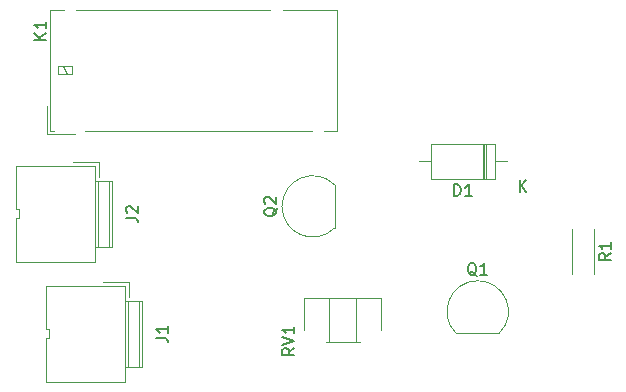
<source format=gbr>
%TF.GenerationSoftware,KiCad,Pcbnew,(6.0.4)*%
%TF.CreationDate,2022-06-07T17:35:18+05:30*%
%TF.ProjectId,sneka batch,736e656b-6120-4626-9174-63682e6b6963,rev?*%
%TF.SameCoordinates,Original*%
%TF.FileFunction,Legend,Top*%
%TF.FilePolarity,Positive*%
%FSLAX46Y46*%
G04 Gerber Fmt 4.6, Leading zero omitted, Abs format (unit mm)*
G04 Created by KiCad (PCBNEW (6.0.4)) date 2022-06-07 17:35:18*
%MOMM*%
%LPD*%
G01*
G04 APERTURE LIST*
%ADD10C,0.150000*%
%ADD11C,0.120000*%
G04 APERTURE END LIST*
D10*
%TO.C,J2*%
X131532380Y-63203333D02*
X132246666Y-63203333D01*
X132389523Y-63250952D01*
X132484761Y-63346190D01*
X132532380Y-63489047D01*
X132532380Y-63584285D01*
X131627619Y-62774761D02*
X131580000Y-62727142D01*
X131532380Y-62631904D01*
X131532380Y-62393809D01*
X131580000Y-62298571D01*
X131627619Y-62250952D01*
X131722857Y-62203333D01*
X131818095Y-62203333D01*
X131960952Y-62250952D01*
X132532380Y-62822380D01*
X132532380Y-62203333D01*
%TO.C,RV1*%
X145752380Y-74215238D02*
X145276190Y-74548571D01*
X145752380Y-74786666D02*
X144752380Y-74786666D01*
X144752380Y-74405714D01*
X144800000Y-74310476D01*
X144847619Y-74262857D01*
X144942857Y-74215238D01*
X145085714Y-74215238D01*
X145180952Y-74262857D01*
X145228571Y-74310476D01*
X145276190Y-74405714D01*
X145276190Y-74786666D01*
X144752380Y-73929523D02*
X145752380Y-73596190D01*
X144752380Y-73262857D01*
X145752380Y-72405714D02*
X145752380Y-72977142D01*
X145752380Y-72691428D02*
X144752380Y-72691428D01*
X144895238Y-72786666D01*
X144990476Y-72881904D01*
X145038095Y-72977142D01*
%TO.C,R1*%
X172552380Y-66206666D02*
X172076190Y-66540000D01*
X172552380Y-66778095D02*
X171552380Y-66778095D01*
X171552380Y-66397142D01*
X171600000Y-66301904D01*
X171647619Y-66254285D01*
X171742857Y-66206666D01*
X171885714Y-66206666D01*
X171980952Y-66254285D01*
X172028571Y-66301904D01*
X172076190Y-66397142D01*
X172076190Y-66778095D01*
X172552380Y-65254285D02*
X172552380Y-65825714D01*
X172552380Y-65540000D02*
X171552380Y-65540000D01*
X171695238Y-65635238D01*
X171790476Y-65730476D01*
X171838095Y-65825714D01*
%TO.C,Q2*%
X144307619Y-62325238D02*
X144260000Y-62420476D01*
X144164761Y-62515714D01*
X144021904Y-62658571D01*
X143974285Y-62753809D01*
X143974285Y-62849047D01*
X144212380Y-62801428D02*
X144164761Y-62896666D01*
X144069523Y-62991904D01*
X143879047Y-63039523D01*
X143545714Y-63039523D01*
X143355238Y-62991904D01*
X143260000Y-62896666D01*
X143212380Y-62801428D01*
X143212380Y-62610952D01*
X143260000Y-62515714D01*
X143355238Y-62420476D01*
X143545714Y-62372857D01*
X143879047Y-62372857D01*
X144069523Y-62420476D01*
X144164761Y-62515714D01*
X144212380Y-62610952D01*
X144212380Y-62801428D01*
X143307619Y-61991904D02*
X143260000Y-61944285D01*
X143212380Y-61849047D01*
X143212380Y-61610952D01*
X143260000Y-61515714D01*
X143307619Y-61468095D01*
X143402857Y-61420476D01*
X143498095Y-61420476D01*
X143640952Y-61468095D01*
X144212380Y-62039523D01*
X144212380Y-61420476D01*
%TO.C,Q1*%
X161194761Y-68107619D02*
X161099523Y-68060000D01*
X161004285Y-67964761D01*
X160861428Y-67821904D01*
X160766190Y-67774285D01*
X160670952Y-67774285D01*
X160718571Y-68012380D02*
X160623333Y-67964761D01*
X160528095Y-67869523D01*
X160480476Y-67679047D01*
X160480476Y-67345714D01*
X160528095Y-67155238D01*
X160623333Y-67060000D01*
X160718571Y-67012380D01*
X160909047Y-67012380D01*
X161004285Y-67060000D01*
X161099523Y-67155238D01*
X161147142Y-67345714D01*
X161147142Y-67679047D01*
X161099523Y-67869523D01*
X161004285Y-67964761D01*
X160909047Y-68012380D01*
X160718571Y-68012380D01*
X162099523Y-68012380D02*
X161528095Y-68012380D01*
X161813809Y-68012380D02*
X161813809Y-67012380D01*
X161718571Y-67155238D01*
X161623333Y-67250476D01*
X161528095Y-67298095D01*
%TO.C,K1*%
X124744880Y-48115595D02*
X123744880Y-48115595D01*
X124744880Y-47544166D02*
X124173452Y-47972738D01*
X123744880Y-47544166D02*
X124316309Y-48115595D01*
X124744880Y-46591785D02*
X124744880Y-47163214D01*
X124744880Y-46877500D02*
X123744880Y-46877500D01*
X123887738Y-46972738D01*
X123982976Y-47067976D01*
X124030595Y-47163214D01*
%TO.C,J1*%
X134072380Y-73363333D02*
X134786666Y-73363333D01*
X134929523Y-73410952D01*
X135024761Y-73506190D01*
X135072380Y-73649047D01*
X135072380Y-73744285D01*
X135072380Y-72363333D02*
X135072380Y-72934761D01*
X135072380Y-72649047D02*
X134072380Y-72649047D01*
X134215238Y-72744285D01*
X134310476Y-72839523D01*
X134358095Y-72934761D01*
%TO.C,D1*%
X159281904Y-61342380D02*
X159281904Y-60342380D01*
X159520000Y-60342380D01*
X159662857Y-60390000D01*
X159758095Y-60485238D01*
X159805714Y-60580476D01*
X159853333Y-60770952D01*
X159853333Y-60913809D01*
X159805714Y-61104285D01*
X159758095Y-61199523D01*
X159662857Y-61294761D01*
X159520000Y-61342380D01*
X159281904Y-61342380D01*
X160805714Y-61342380D02*
X160234285Y-61342380D01*
X160520000Y-61342380D02*
X160520000Y-60342380D01*
X160424761Y-60485238D01*
X160329523Y-60580476D01*
X160234285Y-60628095D01*
X164838095Y-60972380D02*
X164838095Y-59972380D01*
X165409523Y-60972380D02*
X164980952Y-60400952D01*
X165409523Y-59972380D02*
X164838095Y-60543809D01*
D11*
%TO.C,J2*%
X129160000Y-60070000D02*
X129160000Y-65660000D01*
X128910000Y-58800000D02*
X128910000Y-66930000D01*
X128910000Y-58800000D02*
X127000000Y-58800000D01*
X128910000Y-66930000D02*
X127000000Y-66930000D01*
X122170000Y-66930000D02*
X127000000Y-66930000D01*
X130300000Y-60070000D02*
X130300000Y-65660000D01*
X122170000Y-63250000D02*
X122170000Y-66930000D01*
X122430000Y-63250000D02*
X122170000Y-63250000D01*
X129200000Y-59760000D02*
X129200000Y-58460000D01*
X128910000Y-60070000D02*
X130300000Y-60070000D01*
X129200000Y-58460000D02*
X127000000Y-58460000D01*
X127000000Y-58800000D02*
X122170000Y-58800000D01*
X122170000Y-62480000D02*
X122170000Y-58800000D01*
X122170000Y-62480000D02*
X122430000Y-62480000D01*
X130050000Y-60070000D02*
X130050000Y-65660000D01*
X128910000Y-65660000D02*
X130300000Y-65660000D01*
X122430000Y-62480000D02*
X122430000Y-63250000D01*
%TO.C,RV1*%
X153130000Y-72695000D02*
X153130000Y-70000000D01*
X148740000Y-70000000D02*
X150980000Y-70000000D01*
X146590000Y-70000000D02*
X153130000Y-70000000D01*
X148426000Y-73741000D02*
X151295000Y-73741000D01*
X148740000Y-73741000D02*
X148740000Y-70000000D01*
X150980000Y-73741000D02*
X150980000Y-70000000D01*
X148740000Y-73741000D02*
X150980000Y-73741000D01*
X146590000Y-72695000D02*
X146590000Y-70000000D01*
%TO.C,R1*%
X169260000Y-64120000D02*
X169260000Y-67960000D01*
X171100000Y-64120000D02*
X171100000Y-67960000D01*
%TO.C,Q2*%
X149170000Y-64030000D02*
X149170000Y-60430000D01*
X149158478Y-60391522D02*
G75*
G03*
X144720000Y-62230000I-1838478J-1838478D01*
G01*
X144719999Y-62230000D02*
G75*
G03*
X149158478Y-64068478I2600001J0D01*
G01*
%TO.C,Q1*%
X159490000Y-72970000D02*
X163090000Y-72970000D01*
X163128478Y-72958478D02*
G75*
G03*
X161290000Y-68520000I-1838478J1838478D01*
G01*
X161290000Y-68519999D02*
G75*
G03*
X159451522Y-72958478I0J-2600001D01*
G01*
%TO.C,K1*%
X125752500Y-50307500D02*
X125752500Y-51007500D01*
X126952500Y-51007500D02*
X126952500Y-50307500D01*
X149402500Y-45557500D02*
X149402500Y-55857500D01*
X126552500Y-51007500D02*
X126152500Y-50307500D01*
X125102500Y-55857500D02*
X125442500Y-55857500D01*
X125102500Y-45557500D02*
X126242500Y-45557500D01*
X127192500Y-56107500D02*
X124852500Y-56107500D01*
X149402500Y-55857500D02*
X148262500Y-55857500D01*
X128062500Y-55857500D02*
X147242500Y-55857500D01*
X125752500Y-51007500D02*
X126952500Y-51007500D01*
X127262500Y-45557500D02*
X143742500Y-45557500D01*
X126952500Y-50307500D02*
X125752500Y-50307500D01*
X125102500Y-45557500D02*
X125102500Y-55857500D01*
X144802500Y-45567500D02*
X149402500Y-45557500D01*
X124852500Y-56107500D02*
X124852500Y-53707500D01*
%TO.C,J1*%
X131700000Y-70230000D02*
X131700000Y-75820000D01*
X131450000Y-68960000D02*
X131450000Y-77090000D01*
X131450000Y-68960000D02*
X129540000Y-68960000D01*
X131450000Y-77090000D02*
X129540000Y-77090000D01*
X124710000Y-77090000D02*
X129540000Y-77090000D01*
X132840000Y-70230000D02*
X132840000Y-75820000D01*
X124710000Y-73410000D02*
X124710000Y-77090000D01*
X124970000Y-73410000D02*
X124710000Y-73410000D01*
X131740000Y-69920000D02*
X131740000Y-68620000D01*
X131450000Y-70230000D02*
X132840000Y-70230000D01*
X131740000Y-68620000D02*
X129540000Y-68620000D01*
X129540000Y-68960000D02*
X124710000Y-68960000D01*
X124710000Y-72640000D02*
X124710000Y-68960000D01*
X124710000Y-72640000D02*
X124970000Y-72640000D01*
X132590000Y-70230000D02*
X132590000Y-75820000D01*
X131450000Y-75820000D02*
X132840000Y-75820000D01*
X124970000Y-72640000D02*
X124970000Y-73410000D01*
%TO.C,D1*%
X161840000Y-59890000D02*
X161840000Y-56950000D01*
X161720000Y-59890000D02*
X161720000Y-56950000D01*
X162740000Y-56950000D02*
X157300000Y-56950000D01*
X156280000Y-58420000D02*
X157300000Y-58420000D01*
X162740000Y-59890000D02*
X162740000Y-56950000D01*
X161960000Y-59890000D02*
X161960000Y-56950000D01*
X157300000Y-56950000D02*
X157300000Y-59890000D01*
X163760000Y-58420000D02*
X162740000Y-58420000D01*
X157300000Y-59890000D02*
X162740000Y-59890000D01*
%TD*%
M02*

</source>
